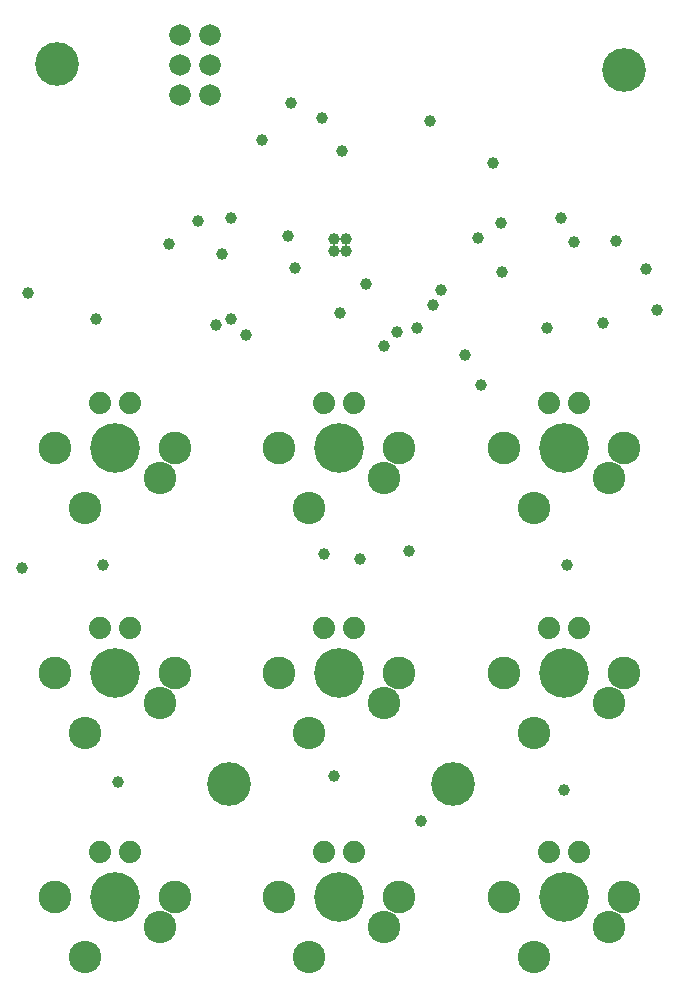
<source format=gbs>
G75*
%MOIN*%
%OFA0B0*%
%FSLAX25Y25*%
%IPPOS*%
%LPD*%
%AMOC8*
5,1,8,0,0,1.08239X$1,22.5*
%
%ADD10C,0.14580*%
%ADD11C,0.07200*%
%ADD12C,0.10800*%
%ADD13C,0.10924*%
%ADD14C,0.16550*%
%ADD15C,0.07400*%
%ADD16C,0.03900*%
D10*
X0074635Y0076835D03*
X0149438Y0076835D03*
X0206524Y0315024D03*
X0017548Y0316992D03*
D11*
X0058524Y0316654D03*
X0058524Y0326654D03*
X0068524Y0326654D03*
X0068524Y0316654D03*
X0068524Y0306654D03*
X0058524Y0306654D03*
D12*
X0026776Y0019193D03*
X0051776Y0029193D03*
X0026776Y0093996D03*
X0051776Y0103996D03*
X0026776Y0168799D03*
X0051776Y0178799D03*
X0101580Y0168799D03*
X0126580Y0178799D03*
X0176383Y0168799D03*
X0201383Y0178799D03*
X0201383Y0103996D03*
X0176383Y0093996D03*
X0201383Y0029193D03*
X0176383Y0019193D03*
X0126580Y0029193D03*
X0101580Y0019193D03*
X0101580Y0093996D03*
X0126580Y0103996D03*
D13*
X0131580Y0113996D03*
X0166383Y0113996D03*
X0206383Y0113996D03*
X0206383Y0039193D03*
X0166383Y0039193D03*
X0131580Y0039193D03*
X0091580Y0039193D03*
X0056776Y0039193D03*
X0016776Y0039193D03*
X0016776Y0113996D03*
X0056776Y0113996D03*
X0091580Y0113996D03*
X0091580Y0188799D03*
X0056776Y0188799D03*
X0016776Y0188799D03*
X0131580Y0188799D03*
X0166383Y0188799D03*
X0206383Y0188799D03*
D14*
X0186383Y0188799D03*
X0186383Y0113996D03*
X0186383Y0039193D03*
X0111580Y0039193D03*
X0111580Y0113996D03*
X0111580Y0188799D03*
X0036776Y0188799D03*
X0036776Y0113996D03*
X0036776Y0039193D03*
D15*
X0031776Y0054193D03*
X0041776Y0054193D03*
X0041776Y0128996D03*
X0031776Y0128996D03*
X0031776Y0203799D03*
X0041776Y0203799D03*
X0106580Y0203799D03*
X0116580Y0203799D03*
X0116580Y0128996D03*
X0106580Y0128996D03*
X0106580Y0054193D03*
X0116580Y0054193D03*
X0181383Y0054193D03*
X0191383Y0054193D03*
X0191383Y0128996D03*
X0181383Y0128996D03*
X0181383Y0203799D03*
X0191383Y0203799D03*
D16*
X0180800Y0229000D03*
X0165800Y0247500D03*
X0157800Y0259000D03*
X0165300Y0264000D03*
X0162800Y0284000D03*
X0185300Y0265500D03*
X0189800Y0257500D03*
X0203800Y0258000D03*
X0213800Y0248500D03*
X0217300Y0235000D03*
X0199300Y0230500D03*
X0158800Y0210000D03*
X0153300Y0220000D03*
X0142800Y0236500D03*
X0145300Y0241500D03*
X0137300Y0229000D03*
X0130800Y0227500D03*
X0126300Y0223000D03*
X0120300Y0243500D03*
X0113800Y0254500D03*
X0113800Y0258500D03*
X0109800Y0258500D03*
X0109800Y0254500D03*
X0096800Y0249000D03*
X0094300Y0259500D03*
X0111800Y0234000D03*
X0080300Y0226500D03*
X0075300Y0232000D03*
X0070300Y0230000D03*
X0072300Y0253500D03*
X0075300Y0265500D03*
X0064300Y0264500D03*
X0054800Y0257000D03*
X0030300Y0232000D03*
X0007800Y0240500D03*
X0032800Y0150000D03*
X0005800Y0149000D03*
X0037800Y0077500D03*
X0106300Y0153500D03*
X0118300Y0152000D03*
X0134800Y0154500D03*
X0109800Y0079500D03*
X0138800Y0064500D03*
X0186300Y0075000D03*
X0187300Y0150000D03*
X0112300Y0288000D03*
X0105800Y0299000D03*
X0095300Y0304000D03*
X0085800Y0291500D03*
X0141800Y0298000D03*
M02*

</source>
